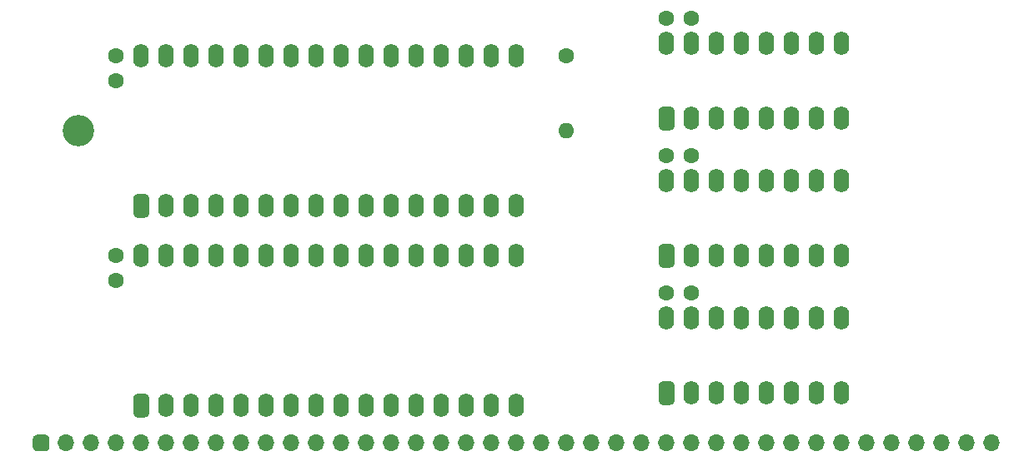
<source format=gbr>
%TF.GenerationSoftware,KiCad,Pcbnew,(5.1.9)-1*%
%TF.CreationDate,2021-04-04T21:48:06-07:00*%
%TF.ProjectId,rc-256page,72632d32-3536-4706-9167-652e6b696361,rev?*%
%TF.SameCoordinates,PX9157080PY9071968*%
%TF.FileFunction,Soldermask,Top*%
%TF.FilePolarity,Negative*%
%FSLAX46Y46*%
G04 Gerber Fmt 4.6, Leading zero omitted, Abs format (unit mm)*
G04 Created by KiCad (PCBNEW (5.1.9)-1) date 2021-04-04 21:48:06*
%MOMM*%
%LPD*%
G01*
G04 APERTURE LIST*
%ADD10O,1.600000X2.400000*%
%ADD11O,1.600000X1.600000*%
%ADD12C,1.600000*%
%ADD13O,1.700000X1.700000*%
%ADD14C,3.200000*%
G04 APERTURE END LIST*
D10*
%TO.C,U3*%
X64770000Y42240200D03*
X82550000Y34620200D03*
X67310000Y42240200D03*
X80010000Y34620200D03*
X69850000Y42240200D03*
X77470000Y34620200D03*
X72390000Y42240200D03*
X74930000Y34620200D03*
X74930000Y42240200D03*
X72390000Y34620200D03*
X77470000Y42240200D03*
X69850000Y34620200D03*
X80010000Y42240200D03*
X67310000Y34620200D03*
X82550000Y42240200D03*
G36*
G01*
X65170000Y33420200D02*
X64370000Y33420200D01*
G75*
G02*
X63970000Y33820200I0J400000D01*
G01*
X63970000Y35420200D01*
G75*
G02*
X64370000Y35820200I400000J0D01*
G01*
X65170000Y35820200D01*
G75*
G02*
X65570000Y35420200I0J-400000D01*
G01*
X65570000Y33820200D01*
G75*
G02*
X65170000Y33420200I-400000J0D01*
G01*
G37*
%TD*%
%TO.C,U5*%
X64770000Y28270200D03*
X82550000Y20650200D03*
X67310000Y28270200D03*
X80010000Y20650200D03*
X69850000Y28270200D03*
X77470000Y20650200D03*
X72390000Y28270200D03*
X74930000Y20650200D03*
X74930000Y28270200D03*
X72390000Y20650200D03*
X77470000Y28270200D03*
X69850000Y20650200D03*
X80010000Y28270200D03*
X67310000Y20650200D03*
X82550000Y28270200D03*
G36*
G01*
X65170000Y19450200D02*
X64370000Y19450200D01*
G75*
G02*
X63970000Y19850200I0J400000D01*
G01*
X63970000Y21450200D01*
G75*
G02*
X64370000Y21850200I400000J0D01*
G01*
X65170000Y21850200D01*
G75*
G02*
X65570000Y21450200I0J-400000D01*
G01*
X65570000Y19850200D01*
G75*
G02*
X65170000Y19450200I-400000J0D01*
G01*
G37*
%TD*%
D11*
%TO.C,R1*%
X54610000Y33350200D03*
D12*
X54610000Y40970200D03*
%TD*%
D13*
%TO.C,J1*%
X97790000Y1600200D03*
X95250000Y1600200D03*
X92710000Y1600200D03*
X90170000Y1600200D03*
X87630000Y1600200D03*
X85090000Y1600200D03*
X82550000Y1600200D03*
X80010000Y1600200D03*
X77470000Y1600200D03*
X74930000Y1600200D03*
X72390000Y1600200D03*
X69850000Y1600200D03*
X67310000Y1600200D03*
X64770000Y1600200D03*
X62230000Y1600200D03*
X59690000Y1600200D03*
X57150000Y1600200D03*
X54610000Y1600200D03*
X52070000Y1600200D03*
X49530000Y1600200D03*
X46990000Y1600200D03*
X44450000Y1600200D03*
X41910000Y1600200D03*
X39370000Y1600200D03*
X36830000Y1600200D03*
X34290000Y1600200D03*
X31750000Y1600200D03*
X29210000Y1600200D03*
X26670000Y1600200D03*
X24130000Y1600200D03*
X21590000Y1600200D03*
X19050000Y1600200D03*
X16510000Y1600200D03*
X13970000Y1600200D03*
X11430000Y1600200D03*
X8890000Y1600200D03*
X6350000Y1600200D03*
X3810000Y1600200D03*
G36*
G01*
X1695000Y750200D02*
X845000Y750200D01*
G75*
G02*
X420000Y1175200I0J425000D01*
G01*
X420000Y2025200D01*
G75*
G02*
X845000Y2450200I425000J0D01*
G01*
X1695000Y2450200D01*
G75*
G02*
X2120000Y2025200I0J-425000D01*
G01*
X2120000Y1175200D01*
G75*
G02*
X1695000Y750200I-425000J0D01*
G01*
G37*
%TD*%
D10*
%TO.C,U1*%
X11430000Y40970200D03*
X49530000Y25730200D03*
X13970000Y40970200D03*
X46990000Y25730200D03*
X16510000Y40970200D03*
X44450000Y25730200D03*
X19050000Y40970200D03*
X41910000Y25730200D03*
X21590000Y40970200D03*
X39370000Y25730200D03*
X24130000Y40970200D03*
X36830000Y25730200D03*
X26670000Y40970200D03*
X34290000Y25730200D03*
X29210000Y40970200D03*
X31750000Y25730200D03*
X31750000Y40970200D03*
X29210000Y25730200D03*
X34290000Y40970200D03*
X26670000Y25730200D03*
X36830000Y40970200D03*
X24130000Y25730200D03*
X39370000Y40970200D03*
X21590000Y25730200D03*
X41910000Y40970200D03*
X19050000Y25730200D03*
X44450000Y40970200D03*
X16510000Y25730200D03*
X46990000Y40970200D03*
X13970000Y25730200D03*
X49530000Y40970200D03*
G36*
G01*
X11830000Y24530200D02*
X11030000Y24530200D01*
G75*
G02*
X10630000Y24930200I0J400000D01*
G01*
X10630000Y26530200D01*
G75*
G02*
X11030000Y26930200I400000J0D01*
G01*
X11830000Y26930200D01*
G75*
G02*
X12230000Y26530200I0J-400000D01*
G01*
X12230000Y24930200D01*
G75*
G02*
X11830000Y24530200I-400000J0D01*
G01*
G37*
%TD*%
%TO.C,U4*%
X64770000Y14300200D03*
X82550000Y6680200D03*
X67310000Y14300200D03*
X80010000Y6680200D03*
X69850000Y14300200D03*
X77470000Y6680200D03*
X72390000Y14300200D03*
X74930000Y6680200D03*
X74930000Y14300200D03*
X72390000Y6680200D03*
X77470000Y14300200D03*
X69850000Y6680200D03*
X80010000Y14300200D03*
X67310000Y6680200D03*
X82550000Y14300200D03*
G36*
G01*
X65170000Y5480200D02*
X64370000Y5480200D01*
G75*
G02*
X63970000Y5880200I0J400000D01*
G01*
X63970000Y7480200D01*
G75*
G02*
X64370000Y7880200I400000J0D01*
G01*
X65170000Y7880200D01*
G75*
G02*
X65570000Y7480200I0J-400000D01*
G01*
X65570000Y5880200D01*
G75*
G02*
X65170000Y5480200I-400000J0D01*
G01*
G37*
%TD*%
%TO.C,U2*%
X11430000Y20650200D03*
X49530000Y5410200D03*
X13970000Y20650200D03*
X46990000Y5410200D03*
X16510000Y20650200D03*
X44450000Y5410200D03*
X19050000Y20650200D03*
X41910000Y5410200D03*
X21590000Y20650200D03*
X39370000Y5410200D03*
X24130000Y20650200D03*
X36830000Y5410200D03*
X26670000Y20650200D03*
X34290000Y5410200D03*
X29210000Y20650200D03*
X31750000Y5410200D03*
X31750000Y20650200D03*
X29210000Y5410200D03*
X34290000Y20650200D03*
X26670000Y5410200D03*
X36830000Y20650200D03*
X24130000Y5410200D03*
X39370000Y20650200D03*
X21590000Y5410200D03*
X41910000Y20650200D03*
X19050000Y5410200D03*
X44450000Y20650200D03*
X16510000Y5410200D03*
X46990000Y20650200D03*
X13970000Y5410200D03*
X49530000Y20650200D03*
G36*
G01*
X11830000Y4210200D02*
X11030000Y4210200D01*
G75*
G02*
X10630000Y4610200I0J400000D01*
G01*
X10630000Y6210200D01*
G75*
G02*
X11030000Y6610200I400000J0D01*
G01*
X11830000Y6610200D01*
G75*
G02*
X12230000Y6210200I0J-400000D01*
G01*
X12230000Y4610200D01*
G75*
G02*
X11830000Y4210200I-400000J0D01*
G01*
G37*
%TD*%
D12*
%TO.C,C5*%
X64770000Y30810200D03*
X67270000Y30810200D03*
%TD*%
%TO.C,C4*%
X64770000Y16840200D03*
X67270000Y16840200D03*
%TD*%
%TO.C,C3*%
X64770000Y44780200D03*
X67270000Y44780200D03*
%TD*%
%TO.C,C2*%
X8890000Y18150200D03*
X8890000Y20650200D03*
%TD*%
%TO.C,C1*%
X8890000Y38470200D03*
X8890000Y40970200D03*
%TD*%
D14*
%TO.C,*%
X5080000Y33350200D03*
%TD*%
M02*

</source>
